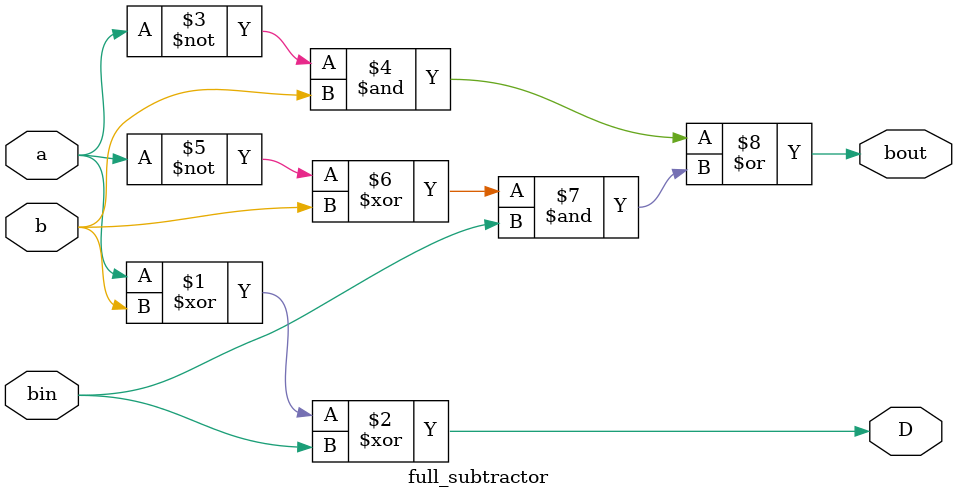
<source format=v>
module full_subtractor (
    input a, b, bin,
    output D, bout
);

    assign D = a ^ b ^ bin;
    assign bout = (~a & b) | ((~a ^ b) & bin);

endmodule
</source>
